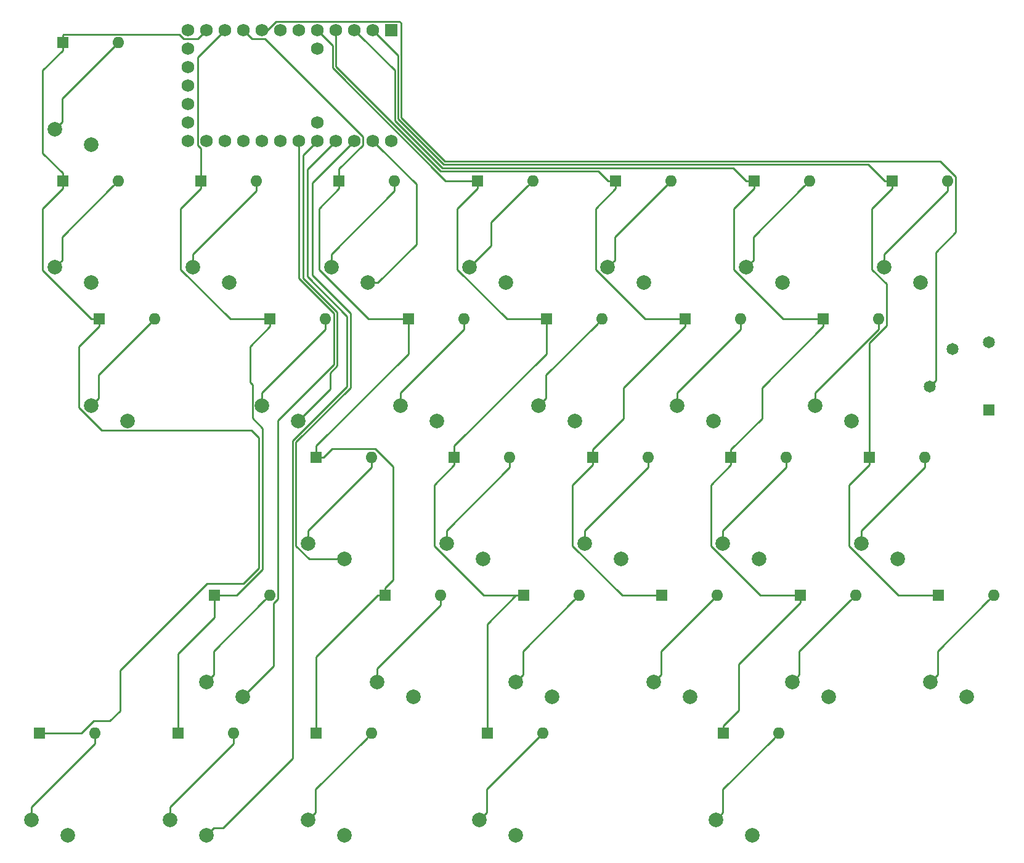
<source format=gbr>
G04 #@! TF.GenerationSoftware,KiCad,Pcbnew,(5.1.4-0-10_14)*
G04 #@! TF.CreationDate,2019-10-23T14:37:35-04:00*
G04 #@! TF.ProjectId,Nomad,4e6f6d61-642e-46b6-9963-61645f706362,rev?*
G04 #@! TF.SameCoordinates,Original*
G04 #@! TF.FileFunction,Copper,L1,Top*
G04 #@! TF.FilePolarity,Positive*
%FSLAX46Y46*%
G04 Gerber Fmt 4.6, Leading zero omitted, Abs format (unit mm)*
G04 Created by KiCad (PCBNEW (5.1.4-0-10_14)) date 2019-10-23 14:37:35*
%MOMM*%
%LPD*%
G04 APERTURE LIST*
%ADD10C,2.000000*%
%ADD11C,1.650000*%
%ADD12R,1.650000X1.650000*%
%ADD13C,1.752600*%
%ADD14R,1.752600X1.752600*%
%ADD15O,1.600000X1.600000*%
%ADD16R,1.600000X1.600000*%
%ADD17C,0.250000*%
G04 APERTURE END LIST*
D10*
X59053333Y-114850000D03*
X64053333Y-116950000D03*
X104720000Y-76850000D03*
X109720000Y-78950000D03*
X38220000Y-38850000D03*
X43220000Y-40950000D03*
X152220000Y-57850000D03*
X157220000Y-59950000D03*
X133220000Y-57850000D03*
X138220000Y-59950000D03*
X114220000Y-57850000D03*
X119220000Y-59950000D03*
X95220000Y-57850000D03*
X100220000Y-59950000D03*
X76220000Y-57850000D03*
X81220000Y-59950000D03*
X57220000Y-57850000D03*
X62220000Y-59950000D03*
X38220000Y-57850000D03*
X43220000Y-59950000D03*
X142720000Y-76850000D03*
X147720000Y-78950000D03*
X123720000Y-76850000D03*
X128720000Y-78950000D03*
X85720000Y-76850000D03*
X90720000Y-78950000D03*
X66720000Y-76850000D03*
X71720000Y-78950000D03*
X43220000Y-76850000D03*
X48220000Y-78950000D03*
X149053333Y-95850000D03*
X154053333Y-97950000D03*
X130053333Y-95850000D03*
X135053333Y-97950000D03*
X111053333Y-95850000D03*
X116053333Y-97950000D03*
X92053333Y-95850000D03*
X97053333Y-97950000D03*
X73053333Y-95850000D03*
X78053333Y-97950000D03*
X158553333Y-114850000D03*
X163553333Y-116950000D03*
X139553333Y-114850000D03*
X144553333Y-116950000D03*
X120553333Y-114850000D03*
X125553333Y-116950000D03*
X101553333Y-114850000D03*
X106553333Y-116950000D03*
X82553333Y-114850000D03*
X87553333Y-116950000D03*
X129053333Y-133850000D03*
X134053333Y-135950000D03*
X96553333Y-133850000D03*
X101553333Y-135950000D03*
X73053333Y-133850000D03*
X78053333Y-135950000D03*
X54053333Y-133850000D03*
X59053333Y-135950000D03*
X35053333Y-133850000D03*
X40053333Y-135950000D03*
D11*
X166560000Y-68160000D03*
X158460000Y-74260000D03*
X161560000Y-69060000D03*
D12*
X166560000Y-77460000D03*
D13*
X74310000Y-27750000D03*
X74310000Y-37910000D03*
X84470000Y-40450000D03*
X81930000Y-40450000D03*
X79390000Y-40450000D03*
X76850000Y-40450000D03*
X74310000Y-40450000D03*
X71770000Y-40450000D03*
X69230000Y-40450000D03*
X66690000Y-40450000D03*
X64150000Y-40450000D03*
X61610000Y-40450000D03*
X59070000Y-40450000D03*
X56530000Y-40450000D03*
X56530000Y-37910000D03*
X56530000Y-35370000D03*
X56530000Y-32830000D03*
X56530000Y-30290000D03*
X56530000Y-27750000D03*
X56530000Y-25210000D03*
X59070000Y-25210000D03*
X61610000Y-25210000D03*
X64150000Y-25210000D03*
X66690000Y-25210000D03*
X69230000Y-25210000D03*
X71770000Y-25210000D03*
X74310000Y-25210000D03*
X76850000Y-25210000D03*
X79390000Y-25210000D03*
X81930000Y-25210000D03*
D14*
X84470000Y-25210000D03*
D15*
X167263333Y-102940000D03*
D16*
X159643333Y-102940000D03*
D15*
X157763333Y-83940000D03*
D16*
X150143333Y-83940000D03*
D15*
X160930000Y-45940000D03*
D16*
X153310000Y-45940000D03*
D15*
X137763333Y-121940000D03*
D16*
X130143333Y-121940000D03*
D15*
X148263333Y-102940000D03*
D16*
X140643333Y-102940000D03*
D15*
X138763333Y-83940000D03*
D16*
X131143333Y-83940000D03*
D15*
X151430000Y-64940000D03*
D16*
X143810000Y-64940000D03*
D15*
X141930000Y-45940000D03*
D16*
X134310000Y-45940000D03*
D15*
X129263333Y-102940000D03*
D16*
X121643333Y-102940000D03*
D15*
X119763333Y-83940000D03*
D16*
X112143333Y-83940000D03*
D15*
X132430000Y-64940000D03*
D16*
X124810000Y-64940000D03*
D15*
X122930000Y-45940000D03*
D16*
X115310000Y-45940000D03*
D15*
X105263333Y-121940000D03*
D16*
X97643333Y-121940000D03*
D15*
X110263333Y-102940000D03*
D16*
X102643333Y-102940000D03*
D15*
X100763333Y-83940000D03*
D16*
X93143333Y-83940000D03*
D15*
X113430000Y-64940000D03*
D16*
X105810000Y-64940000D03*
D15*
X103930000Y-45940000D03*
D16*
X96310000Y-45940000D03*
D15*
X81763333Y-121940000D03*
D16*
X74143333Y-121940000D03*
D15*
X91263333Y-102940000D03*
D16*
X83643333Y-102940000D03*
D15*
X81763333Y-83940000D03*
D16*
X74143333Y-83940000D03*
D15*
X94430000Y-64940000D03*
D16*
X86810000Y-64940000D03*
D15*
X84930000Y-45940000D03*
D16*
X77310000Y-45940000D03*
D15*
X62763333Y-121940000D03*
D16*
X55143333Y-121940000D03*
D15*
X67763333Y-102940000D03*
D16*
X60143333Y-102940000D03*
D15*
X75430000Y-64940000D03*
D16*
X67810000Y-64940000D03*
D15*
X65930000Y-45940000D03*
D16*
X58310000Y-45940000D03*
D15*
X43763333Y-121940000D03*
D16*
X36143333Y-121940000D03*
D15*
X51930000Y-64940000D03*
D16*
X44310000Y-64940000D03*
D15*
X46930000Y-45940000D03*
D16*
X39310000Y-45940000D03*
D15*
X46930000Y-26940000D03*
D16*
X39310000Y-26940000D03*
D17*
X39310000Y-46990000D02*
X39310000Y-45940000D01*
X36544999Y-58224999D02*
X36544999Y-49755001D01*
X43260000Y-64940000D02*
X36544999Y-58224999D01*
X36544999Y-49755001D02*
X39310000Y-46990000D01*
X44310000Y-64940000D02*
X43260000Y-64940000D01*
X36544999Y-30755001D02*
X39310000Y-27990000D01*
X39310000Y-44890000D02*
X36544999Y-42124999D01*
X39310000Y-27990000D02*
X39310000Y-26940000D01*
X36544999Y-42124999D02*
X36544999Y-30755001D01*
X39310000Y-45940000D02*
X39310000Y-44890000D01*
X58193701Y-26086299D02*
X59070000Y-25210000D01*
X57868699Y-26411301D02*
X58193701Y-26086299D01*
X55953375Y-26411301D02*
X57868699Y-26411301D01*
X55357073Y-25814999D02*
X55953375Y-26411301D01*
X39385001Y-25814999D02*
X55357073Y-25814999D01*
X39310000Y-25890000D02*
X39385001Y-25814999D01*
X39310000Y-26940000D02*
X39310000Y-25890000D01*
X44310000Y-65990000D02*
X44310000Y-64940000D01*
X41544999Y-68755001D02*
X44310000Y-65990000D01*
X44683999Y-80275001D02*
X41544999Y-77136001D01*
X65245001Y-80275001D02*
X44683999Y-80275001D01*
X47200000Y-113270000D02*
X59110000Y-101360000D01*
X66280000Y-81310000D02*
X65245001Y-80275001D01*
X64150000Y-101360000D02*
X66280000Y-99230000D01*
X47200000Y-118830000D02*
X47200000Y-113270000D01*
X43560000Y-120250000D02*
X45780000Y-120250000D01*
X66280000Y-99230000D02*
X66280000Y-81310000D01*
X36143333Y-121940000D02*
X41870000Y-121940000D01*
X41544999Y-77136001D02*
X41544999Y-68755001D01*
X45780000Y-120250000D02*
X47200000Y-118830000D01*
X59110000Y-101360000D02*
X64150000Y-101360000D01*
X41870000Y-121940000D02*
X43560000Y-120250000D01*
X58310000Y-46990000D02*
X58310000Y-45940000D01*
X55544999Y-49755001D02*
X58310000Y-46990000D01*
X55544999Y-58136001D02*
X55544999Y-49755001D01*
X62348998Y-64940000D02*
X55544999Y-58136001D01*
X67810000Y-64940000D02*
X62348998Y-64940000D01*
X57868699Y-41026625D02*
X57868699Y-28951301D01*
X58310000Y-41467926D02*
X57868699Y-41026625D01*
X60733701Y-26086299D02*
X61610000Y-25210000D01*
X57868699Y-28951301D02*
X60733701Y-26086299D01*
X58310000Y-45940000D02*
X58310000Y-41467926D01*
X67810000Y-65990000D02*
X67810000Y-64940000D01*
X65044999Y-68755001D02*
X67810000Y-65990000D01*
X65044999Y-73614001D02*
X65044999Y-68755001D01*
X65394999Y-73964001D02*
X65044999Y-73614001D01*
X55143333Y-121940000D02*
X55143333Y-111016667D01*
X65394999Y-78594999D02*
X65394999Y-73964001D01*
X66770000Y-79970000D02*
X65394999Y-78594999D01*
X66770000Y-99390000D02*
X66770000Y-79970000D01*
X60143333Y-106016667D02*
X60143333Y-102940000D01*
X55143333Y-111016667D02*
X60143333Y-106016667D01*
X63220000Y-102940000D02*
X66770000Y-99390000D01*
X60143333Y-102940000D02*
X63220000Y-102940000D01*
X82593333Y-102940000D02*
X83643333Y-102940000D01*
X74143333Y-111390000D02*
X82593333Y-102940000D01*
X74143333Y-121940000D02*
X74143333Y-111390000D01*
X86810000Y-69720998D02*
X86810000Y-65990000D01*
X74143333Y-82387665D02*
X86810000Y-69720998D01*
X86810000Y-65990000D02*
X86810000Y-64940000D01*
X74143333Y-83940000D02*
X74143333Y-82387665D01*
X75193333Y-83940000D02*
X74143333Y-83940000D01*
X76318334Y-82814999D02*
X75193333Y-83940000D01*
X84728334Y-85239999D02*
X82303334Y-82814999D01*
X82303334Y-82814999D02*
X76318334Y-82814999D01*
X84728334Y-100804999D02*
X84728334Y-85239999D01*
X83643333Y-101890000D02*
X84728334Y-100804999D01*
X83643333Y-102940000D02*
X83643333Y-101890000D01*
X74544999Y-49755001D02*
X77310000Y-46990000D01*
X77310000Y-46990000D02*
X77310000Y-45940000D01*
X74544999Y-58136001D02*
X74544999Y-49755001D01*
X81348998Y-64940000D02*
X74544999Y-58136001D01*
X86810000Y-64940000D02*
X81348998Y-64940000D01*
X65026299Y-26086299D02*
X64150000Y-25210000D01*
X80591301Y-39873375D02*
X67129227Y-26411301D01*
X65351301Y-26411301D02*
X65026299Y-26086299D01*
X80591301Y-41026625D02*
X80591301Y-39873375D01*
X67129227Y-26411301D02*
X65351301Y-26411301D01*
X77310000Y-44307926D02*
X80591301Y-41026625D01*
X77310000Y-45940000D02*
X77310000Y-44307926D01*
X97643333Y-106890000D02*
X101593333Y-102940000D01*
X101593333Y-102940000D02*
X102643333Y-102940000D01*
X97643333Y-121940000D02*
X97643333Y-106890000D01*
X93143333Y-84990000D02*
X93143333Y-83940000D01*
X90378332Y-96136001D02*
X90378332Y-87755001D01*
X90378332Y-87755001D02*
X93143333Y-84990000D01*
X97182331Y-102940000D02*
X90378332Y-96136001D01*
X102643333Y-102940000D02*
X97182331Y-102940000D01*
X105810000Y-65990000D02*
X105810000Y-64940000D01*
X93143333Y-82387665D02*
X105810000Y-69720998D01*
X105810000Y-69720998D02*
X105810000Y-65990000D01*
X93143333Y-83940000D02*
X93143333Y-82387665D01*
X93544999Y-49755001D02*
X96310000Y-46990000D01*
X93544999Y-58136001D02*
X93544999Y-49755001D01*
X96310000Y-46990000D02*
X96310000Y-45940000D01*
X100348998Y-64940000D02*
X93544999Y-58136001D01*
X105810000Y-64940000D02*
X100348998Y-64940000D01*
X76399989Y-27299989D02*
X75186299Y-26086299D01*
X96310000Y-45940000D02*
X91933589Y-45940000D01*
X91933589Y-45940000D02*
X76399989Y-30406400D01*
X76399989Y-30406400D02*
X76399989Y-27299989D01*
X75186299Y-26086299D02*
X74310000Y-25210000D01*
X112143333Y-84990000D02*
X112143333Y-83940000D01*
X109378332Y-87755001D02*
X112143333Y-84990000D01*
X109378332Y-96136001D02*
X109378332Y-87755001D01*
X116182331Y-102940000D02*
X109378332Y-96136001D01*
X121643333Y-102940000D02*
X116182331Y-102940000D01*
X116395001Y-74404999D02*
X124810000Y-65990000D01*
X116395001Y-78638332D02*
X116395001Y-74404999D01*
X124810000Y-65990000D02*
X124810000Y-64940000D01*
X112143333Y-82890000D02*
X116395001Y-78638332D01*
X112143333Y-83940000D02*
X112143333Y-82890000D01*
X112544999Y-49755001D02*
X115310000Y-46990000D01*
X112544999Y-58136001D02*
X112544999Y-49755001D01*
X115310000Y-46990000D02*
X115310000Y-45940000D01*
X119348998Y-64940000D02*
X112544999Y-58136001D01*
X124810000Y-64940000D02*
X119348998Y-64940000D01*
X91260000Y-44630000D02*
X76850000Y-30220000D01*
X112950000Y-44630000D02*
X91260000Y-44630000D01*
X114260000Y-45940000D02*
X112950000Y-44630000D01*
X76850000Y-30220000D02*
X76850000Y-25210000D01*
X115310000Y-45940000D02*
X114260000Y-45940000D01*
X140643333Y-103990000D02*
X140643333Y-102940000D01*
X132228334Y-112404999D02*
X140643333Y-103990000D01*
X132228334Y-118804999D02*
X132228334Y-112404999D01*
X130143333Y-120890000D02*
X132228334Y-118804999D01*
X130143333Y-121940000D02*
X130143333Y-120890000D01*
X131143333Y-84990000D02*
X131143333Y-83940000D01*
X128378332Y-87755001D02*
X131143333Y-84990000D01*
X128378332Y-96136001D02*
X128378332Y-87755001D01*
X135182331Y-102940000D02*
X128378332Y-96136001D01*
X140643333Y-102940000D02*
X135182331Y-102940000D01*
X135395001Y-74404999D02*
X143810000Y-65990000D01*
X135395001Y-78638332D02*
X135395001Y-74404999D01*
X131143333Y-82890000D02*
X135395001Y-78638332D01*
X143810000Y-65990000D02*
X143810000Y-64940000D01*
X131143333Y-83940000D02*
X131143333Y-82890000D01*
X131544999Y-49755001D02*
X134310000Y-46990000D01*
X134310000Y-46990000D02*
X134310000Y-45940000D01*
X131544999Y-58136001D02*
X131544999Y-49755001D01*
X138348998Y-64940000D02*
X131544999Y-58136001D01*
X143810000Y-64940000D02*
X138348998Y-64940000D01*
X133260000Y-45940000D02*
X131480002Y-44160002D01*
X134310000Y-45940000D02*
X133260000Y-45940000D01*
X131480002Y-44160002D02*
X91457180Y-44160002D01*
X91457180Y-44160002D02*
X84939978Y-37642800D01*
X84939978Y-37642800D02*
X84939978Y-30759978D01*
X84939978Y-30759978D02*
X80266299Y-26086299D01*
X80266299Y-26086299D02*
X79390000Y-25210000D01*
X150143333Y-84990000D02*
X150143333Y-83940000D01*
X147378332Y-87755001D02*
X150143333Y-84990000D01*
X154182331Y-102940000D02*
X147378332Y-96136001D01*
X147378332Y-96136001D02*
X147378332Y-87755001D01*
X159643333Y-102940000D02*
X154182331Y-102940000D01*
X153310000Y-46990000D02*
X153310000Y-45940000D01*
X150544999Y-49755001D02*
X153310000Y-46990000D01*
X150544999Y-58136001D02*
X150544999Y-49755001D01*
X152555001Y-60146003D02*
X150544999Y-58136001D01*
X152555001Y-65854407D02*
X152555001Y-60146003D01*
X150143333Y-68266075D02*
X152555001Y-65854407D01*
X150143333Y-83940000D02*
X150143333Y-68266075D01*
X152260000Y-45940000D02*
X150029991Y-43709991D01*
X85389989Y-37456400D02*
X85389989Y-28669989D01*
X150029991Y-43709991D02*
X91643580Y-43709991D01*
X91643580Y-43709991D02*
X85389989Y-37456400D01*
X82806299Y-26086299D02*
X81930000Y-25210000D01*
X153310000Y-45940000D02*
X152260000Y-45940000D01*
X85389989Y-28669989D02*
X82806299Y-26086299D01*
X159284999Y-73435001D02*
X158460000Y-74260000D01*
X159284999Y-55745999D02*
X159284999Y-73435001D01*
X91829980Y-43259980D02*
X159914982Y-43259980D01*
X159914982Y-43259980D02*
X162055001Y-45399999D01*
X85840000Y-37270000D02*
X91829980Y-43259980D01*
X68653375Y-24008699D02*
X85606301Y-24008699D01*
X67452074Y-25210000D02*
X68653375Y-24008699D01*
X85840000Y-24242398D02*
X85840000Y-37270000D01*
X85606301Y-24008699D02*
X85840000Y-24242398D01*
X162055001Y-45399999D02*
X162055001Y-52975997D01*
X162055001Y-52975997D02*
X159284999Y-55745999D01*
X66690000Y-25210000D02*
X67452074Y-25210000D01*
X87895001Y-46415001D02*
X82806299Y-41326299D01*
X82806299Y-41326299D02*
X81930000Y-40450000D01*
X87895001Y-54689212D02*
X87895001Y-46415001D01*
X82634213Y-59950000D02*
X87895001Y-54689212D01*
X81220000Y-59950000D02*
X82634213Y-59950000D01*
X72380000Y-59350000D02*
X72380000Y-42380000D01*
X77005011Y-63975011D02*
X72380000Y-59350000D01*
X76044999Y-72358413D02*
X77005011Y-71398401D01*
X72380000Y-42380000D02*
X74310000Y-40450000D01*
X76044999Y-74625001D02*
X76044999Y-72358413D01*
X77005011Y-71398401D02*
X77005011Y-63975011D01*
X71720000Y-78950000D02*
X76044999Y-74625001D01*
X78395001Y-64565001D02*
X72950000Y-59120000D01*
X72950000Y-44350000D02*
X76850000Y-40450000D01*
X78395001Y-74236001D02*
X78395001Y-64565001D01*
X59053333Y-135950000D02*
X60053332Y-134950001D01*
X70928323Y-125414012D02*
X70928323Y-81702679D01*
X72950000Y-59120000D02*
X72950000Y-44350000D01*
X61392334Y-134950001D02*
X70928323Y-125414012D01*
X60053332Y-134950001D02*
X61392334Y-134950001D01*
X70928323Y-81702679D02*
X78395001Y-74236001D01*
X68888334Y-103480001D02*
X68888334Y-78878668D01*
X64053333Y-116950000D02*
X68330000Y-112673333D01*
X76555000Y-64161410D02*
X71770000Y-59376410D01*
X68330000Y-104038335D02*
X68888334Y-103480001D01*
X68888334Y-78878668D02*
X76555000Y-71212002D01*
X71770000Y-59376410D02*
X71770000Y-41689275D01*
X76555000Y-71212002D02*
X76555000Y-64161410D01*
X68330000Y-112673333D02*
X68330000Y-104038335D01*
X71770000Y-41689275D02*
X71770000Y-40450000D01*
X73630000Y-58930000D02*
X73630000Y-46210000D01*
X78845011Y-64145011D02*
X73630000Y-58930000D01*
X78845011Y-74422401D02*
X78845011Y-64145011D01*
X71378332Y-96136001D02*
X71378332Y-81889080D01*
X73192331Y-97950000D02*
X71378332Y-96136001D01*
X73630000Y-46210000D02*
X79390000Y-40450000D01*
X71378332Y-81889080D02*
X78845011Y-74422401D01*
X78053333Y-97950000D02*
X73192331Y-97950000D01*
X43763333Y-123071370D02*
X43763333Y-121940000D01*
X43763333Y-123342998D02*
X43763333Y-123071370D01*
X35053333Y-132052998D02*
X43763333Y-123342998D01*
X35053333Y-133850000D02*
X35053333Y-132052998D01*
X62763333Y-123071370D02*
X62763333Y-121940000D01*
X62763333Y-123342998D02*
X62763333Y-123071370D01*
X54053333Y-132052998D02*
X62763333Y-123342998D01*
X54053333Y-133850000D02*
X54053333Y-132052998D01*
X74053332Y-129650001D02*
X80963334Y-122739999D01*
X80963334Y-122739999D02*
X81763333Y-121940000D01*
X74053332Y-132850001D02*
X74053332Y-129650001D01*
X73053333Y-133850000D02*
X74053332Y-132850001D01*
X97553332Y-129650001D02*
X104463334Y-122739999D01*
X97553332Y-132850001D02*
X97553332Y-129650001D01*
X104463334Y-122739999D02*
X105263333Y-121940000D01*
X96553333Y-133850000D02*
X97553332Y-132850001D01*
X136963334Y-122739999D02*
X137763333Y-121940000D01*
X130053332Y-129650001D02*
X136963334Y-122739999D01*
X130053332Y-132850001D02*
X130053332Y-129650001D01*
X129053333Y-133850000D02*
X130053332Y-132850001D01*
X66963334Y-103739999D02*
X67763333Y-102940000D01*
X60053332Y-110650001D02*
X66963334Y-103739999D01*
X60053332Y-113850001D02*
X60053332Y-110650001D01*
X59053333Y-114850000D02*
X60053332Y-113850001D01*
X91263333Y-104071370D02*
X91263333Y-102940000D01*
X91263333Y-104342998D02*
X91263333Y-104071370D01*
X82553333Y-113052998D02*
X91263333Y-104342998D01*
X82553333Y-114850000D02*
X82553333Y-113052998D01*
X109463334Y-103739999D02*
X110263333Y-102940000D01*
X102553332Y-110650001D02*
X109463334Y-103739999D01*
X102553332Y-113850001D02*
X102553332Y-110650001D01*
X101553333Y-114850000D02*
X102553332Y-113850001D01*
X121553332Y-110650001D02*
X128463334Y-103739999D01*
X128463334Y-103739999D02*
X129263333Y-102940000D01*
X121553332Y-113850001D02*
X121553332Y-110650001D01*
X120553333Y-114850000D02*
X121553332Y-113850001D01*
X147463334Y-103739999D02*
X148263333Y-102940000D01*
X140553332Y-113850001D02*
X140553332Y-110650001D01*
X140553332Y-110650001D02*
X147463334Y-103739999D01*
X139553333Y-114850000D02*
X140553332Y-113850001D01*
X159553332Y-110650001D02*
X166463334Y-103739999D01*
X159553332Y-113850001D02*
X159553332Y-110650001D01*
X166463334Y-103739999D02*
X167263333Y-102940000D01*
X158553333Y-114850000D02*
X159553332Y-113850001D01*
X81763333Y-85342998D02*
X81763333Y-85071370D01*
X81763333Y-85071370D02*
X81763333Y-83940000D01*
X73053333Y-94052998D02*
X81763333Y-85342998D01*
X73053333Y-95850000D02*
X73053333Y-94052998D01*
X100763333Y-85071370D02*
X100763333Y-83940000D01*
X100763333Y-85342998D02*
X100763333Y-85071370D01*
X92053333Y-94052998D02*
X100763333Y-85342998D01*
X92053333Y-95850000D02*
X92053333Y-94052998D01*
X119763333Y-85071370D02*
X119763333Y-83940000D01*
X119763333Y-85342998D02*
X119763333Y-85071370D01*
X111053333Y-94052998D02*
X119763333Y-85342998D01*
X111053333Y-95850000D02*
X111053333Y-94052998D01*
X138763333Y-85071370D02*
X138763333Y-83940000D01*
X138763333Y-85342998D02*
X138763333Y-85071370D01*
X130053333Y-94052998D02*
X138763333Y-85342998D01*
X130053333Y-95850000D02*
X130053333Y-94052998D01*
X157763333Y-85071370D02*
X157763333Y-83940000D01*
X157763333Y-85342998D02*
X157763333Y-85071370D01*
X149053333Y-94052998D02*
X157763333Y-85342998D01*
X149053333Y-95850000D02*
X149053333Y-94052998D01*
X51130001Y-65739999D02*
X51930000Y-64940000D01*
X44219999Y-75850001D02*
X44219999Y-72650001D01*
X44219999Y-72650001D02*
X51130001Y-65739999D01*
X43220000Y-76850000D02*
X44219999Y-75850001D01*
X75430000Y-66342998D02*
X75430000Y-66071370D01*
X66720000Y-75052998D02*
X75430000Y-66342998D01*
X75430000Y-66071370D02*
X75430000Y-64940000D01*
X66720000Y-76850000D02*
X66720000Y-75052998D01*
X94430000Y-66071370D02*
X94430000Y-64940000D01*
X94430000Y-66342998D02*
X94430000Y-66071370D01*
X85720000Y-75052998D02*
X94430000Y-66342998D01*
X85720000Y-76850000D02*
X85720000Y-75052998D01*
X105719999Y-72650001D02*
X112630001Y-65739999D01*
X105719999Y-75850001D02*
X105719999Y-72650001D01*
X112630001Y-65739999D02*
X113430000Y-64940000D01*
X104720000Y-76850000D02*
X105719999Y-75850001D01*
X132430000Y-66342998D02*
X132430000Y-66071370D01*
X123720000Y-75052998D02*
X132430000Y-66342998D01*
X132430000Y-66071370D02*
X132430000Y-64940000D01*
X123720000Y-76850000D02*
X123720000Y-75052998D01*
X151430000Y-66071370D02*
X151430000Y-64940000D01*
X151430000Y-66342998D02*
X151430000Y-66071370D01*
X142720000Y-75052998D02*
X151430000Y-66342998D01*
X142720000Y-76850000D02*
X142720000Y-75052998D01*
X46130001Y-46739999D02*
X46930000Y-45940000D01*
X39219999Y-53650001D02*
X46130001Y-46739999D01*
X39219999Y-56850001D02*
X39219999Y-53650001D01*
X38220000Y-57850000D02*
X39219999Y-56850001D01*
X65930000Y-47071370D02*
X65930000Y-45940000D01*
X65930000Y-47342998D02*
X65930000Y-47071370D01*
X57220000Y-56052998D02*
X65930000Y-47342998D01*
X57220000Y-57850000D02*
X57220000Y-56052998D01*
X84930000Y-47071370D02*
X84930000Y-45940000D01*
X84930000Y-47342998D02*
X84930000Y-47071370D01*
X76220000Y-56052998D02*
X84930000Y-47342998D01*
X76220000Y-57850000D02*
X76220000Y-56052998D01*
X103130001Y-46739999D02*
X103930000Y-45940000D01*
X98194999Y-51675001D02*
X103130001Y-46739999D01*
X98194999Y-54875001D02*
X98194999Y-51675001D01*
X95220000Y-57850000D02*
X98194999Y-54875001D01*
X115219999Y-53650001D02*
X122130001Y-46739999D01*
X115219999Y-56850001D02*
X115219999Y-53650001D01*
X122130001Y-46739999D02*
X122930000Y-45940000D01*
X114220000Y-57850000D02*
X115219999Y-56850001D01*
X134219999Y-53650001D02*
X141130001Y-46739999D01*
X134219999Y-56850001D02*
X134219999Y-53650001D01*
X141130001Y-46739999D02*
X141930000Y-45940000D01*
X133220000Y-57850000D02*
X134219999Y-56850001D01*
X160930000Y-47071370D02*
X160930000Y-45940000D01*
X160930000Y-47342998D02*
X160930000Y-47071370D01*
X152220000Y-56052998D02*
X160930000Y-47342998D01*
X152220000Y-57850000D02*
X152220000Y-56052998D01*
X46130001Y-27739999D02*
X46930000Y-26940000D01*
X39219999Y-34650001D02*
X46130001Y-27739999D01*
X39219999Y-37850001D02*
X39219999Y-34650001D01*
X38220000Y-38850000D02*
X39219999Y-37850001D01*
M02*

</source>
